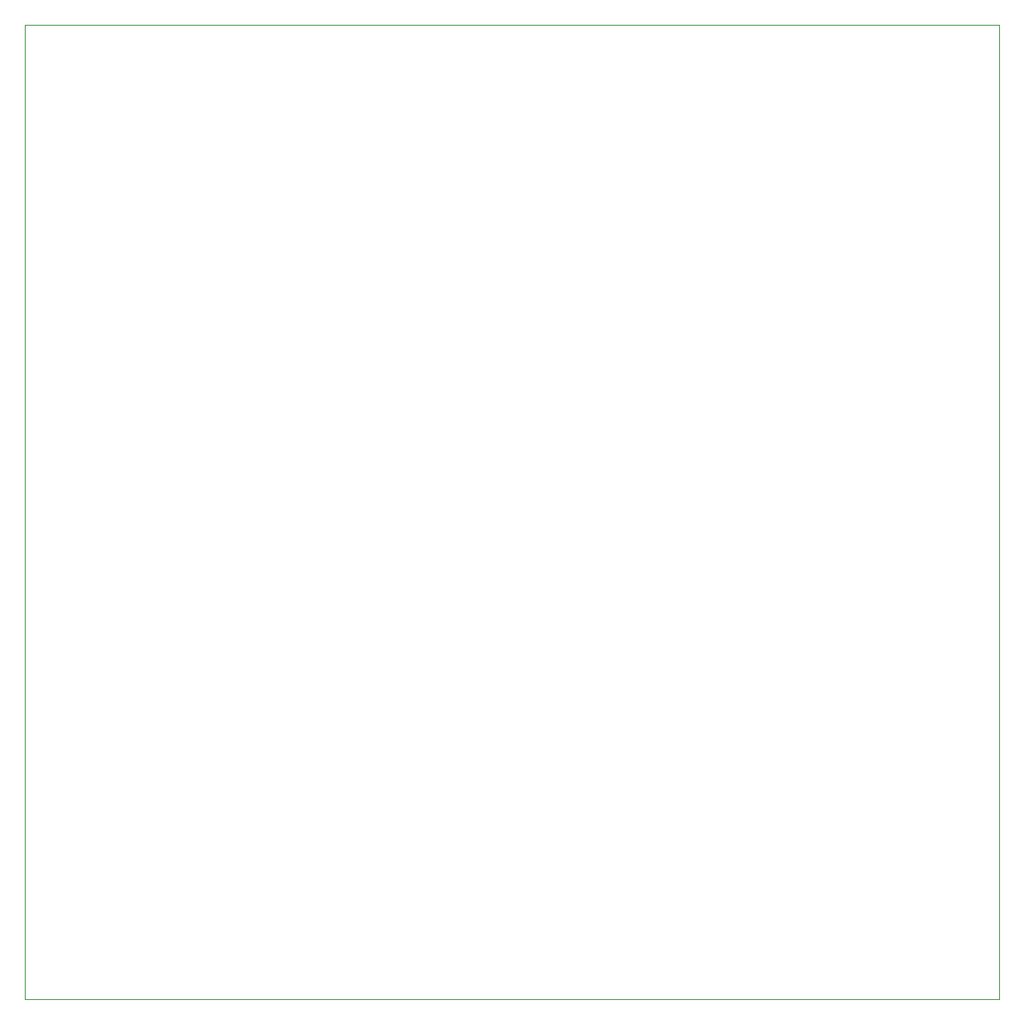
<source format=gbr>
G04 #@! TF.GenerationSoftware,KiCad,Pcbnew,(5.1.5)-3*
G04 #@! TF.CreationDate,2020-12-04T11:44:09+01:00*
G04 #@! TF.ProjectId,SolderPractice,536f6c64-6572-4507-9261-63746963652e,rev?*
G04 #@! TF.SameCoordinates,Original*
G04 #@! TF.FileFunction,Profile,NP*
%FSLAX46Y46*%
G04 Gerber Fmt 4.6, Leading zero omitted, Abs format (unit mm)*
G04 Created by KiCad (PCBNEW (5.1.5)-3) date 2020-12-04 11:44:09*
%MOMM*%
%LPD*%
G04 APERTURE LIST*
%ADD10C,0.050000*%
G04 APERTURE END LIST*
D10*
X487045000Y-99695000D02*
X387350000Y-99695000D01*
X487045000Y-199390000D02*
X487045000Y-99695000D01*
X387350000Y-199390000D02*
X487045000Y-199390000D01*
X387350000Y-99695000D02*
X387350000Y-199390000D01*
M02*

</source>
